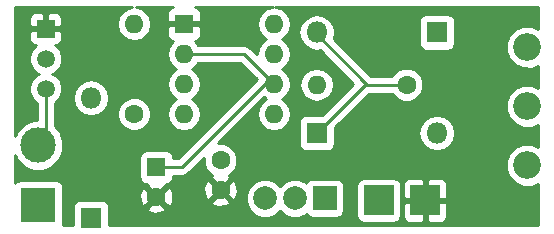
<source format=gbr>
G04 #@! TF.FileFunction,Copper,L2,Bot,Signal*
%FSLAX46Y46*%
G04 Gerber Fmt 4.6, Leading zero omitted, Abs format (unit mm)*
G04 Created by KiCad (PCBNEW 4.0.7) date 01/30/18 23:47:30*
%MOMM*%
%LPD*%
G01*
G04 APERTURE LIST*
%ADD10C,0.100000*%
%ADD11R,1.600000X1.600000*%
%ADD12O,1.600000X1.600000*%
%ADD13C,1.600000*%
%ADD14R,3.000000X3.000000*%
%ADD15C,3.000000*%
%ADD16C,2.340000*%
%ADD17R,1.800000X1.800000*%
%ADD18O,1.800000X1.800000*%
%ADD19R,2.500000X2.500000*%
%ADD20R,2.000000X2.000000*%
%ADD21C,2.000000*%
%ADD22C,1.520000*%
%ADD23R,1.520000X1.520000*%
%ADD24C,0.250000*%
%ADD25C,0.254000*%
G04 APERTURE END LIST*
D10*
D11*
X115595400Y-73152000D03*
D12*
X123215400Y-80772000D03*
X115595400Y-75692000D03*
X123215400Y-78232000D03*
X115595400Y-78232000D03*
X123215400Y-75692000D03*
X115595400Y-80772000D03*
X123215400Y-73152000D03*
D13*
X118694200Y-84683600D03*
X118694200Y-87183600D03*
D11*
X113258600Y-85267800D03*
D13*
X113258600Y-87767800D03*
D14*
X103251000Y-88519000D03*
D15*
X103251000Y-83439000D03*
D13*
X111379000Y-80772000D03*
D12*
X111379000Y-73152000D03*
D13*
X134442200Y-78282800D03*
D12*
X126822200Y-78282800D03*
D16*
X144678400Y-75115400D03*
X144678400Y-80115400D03*
X144678400Y-85115400D03*
D17*
X137007600Y-73863200D03*
D18*
X126847600Y-73863200D03*
D17*
X126847600Y-82372200D03*
D18*
X137007600Y-82372200D03*
D17*
X107721400Y-89560400D03*
D18*
X107721400Y-79400400D03*
D19*
X136020000Y-88087200D03*
X132080000Y-88087200D03*
D20*
X127508000Y-87909400D03*
D21*
X124968000Y-87909400D03*
X122468000Y-87909400D03*
D22*
X103886000Y-76098400D03*
X103886000Y-78638400D03*
D23*
X103886000Y-73558400D03*
D24*
X115595400Y-75692000D02*
X120675400Y-75692000D01*
X120675400Y-75692000D02*
X123215400Y-78232000D01*
X113258600Y-85267800D02*
X115392200Y-85267800D01*
X115392200Y-85267800D02*
X122428000Y-78232000D01*
X122428000Y-78232000D02*
X123215400Y-78232000D01*
X137508000Y-73362800D02*
X137007600Y-73863200D01*
X126847600Y-73863200D02*
X126847600Y-74041000D01*
X126847600Y-74041000D02*
X131089400Y-78282800D01*
X134442200Y-78282800D02*
X131089400Y-78282800D01*
X131089400Y-78282800D02*
X130937000Y-78282800D01*
X130937000Y-78282800D02*
X126847600Y-82372200D01*
X103886000Y-78867000D02*
X103886000Y-82804000D01*
X103886000Y-82804000D02*
X103251000Y-83439000D01*
D25*
G36*
X110829849Y-71798120D02*
X110364302Y-72109189D01*
X110053233Y-72574736D01*
X109944000Y-73123887D01*
X109944000Y-73180113D01*
X110053233Y-73729264D01*
X110364302Y-74194811D01*
X110829849Y-74505880D01*
X111379000Y-74615113D01*
X111928151Y-74505880D01*
X112393698Y-74194811D01*
X112704767Y-73729264D01*
X112814000Y-73180113D01*
X112814000Y-73123887D01*
X112704767Y-72574736D01*
X112393698Y-72109189D01*
X111928151Y-71798120D01*
X111577645Y-71728400D01*
X114641569Y-71728400D01*
X114435702Y-71813673D01*
X114257073Y-71992301D01*
X114160400Y-72225690D01*
X114160400Y-72866250D01*
X114319150Y-73025000D01*
X115468400Y-73025000D01*
X115468400Y-73005000D01*
X115722400Y-73005000D01*
X115722400Y-73025000D01*
X116871650Y-73025000D01*
X117030400Y-72866250D01*
X117030400Y-72225690D01*
X116933727Y-71992301D01*
X116755098Y-71813673D01*
X116549231Y-71728400D01*
X123129975Y-71728400D01*
X122638136Y-71826233D01*
X122172589Y-72137302D01*
X121861520Y-72602849D01*
X121752287Y-73152000D01*
X121861520Y-73701151D01*
X122172589Y-74166698D01*
X122554675Y-74422000D01*
X122172589Y-74677302D01*
X121861520Y-75142849D01*
X121752287Y-75692000D01*
X121752805Y-75694603D01*
X121212801Y-75154599D01*
X120966239Y-74989852D01*
X120675400Y-74932000D01*
X116808395Y-74932000D01*
X116638211Y-74677302D01*
X116503065Y-74587000D01*
X116521709Y-74587000D01*
X116755098Y-74490327D01*
X116933727Y-74311699D01*
X117030400Y-74078310D01*
X117030400Y-73437750D01*
X116871650Y-73279000D01*
X115722400Y-73279000D01*
X115722400Y-73299000D01*
X115468400Y-73299000D01*
X115468400Y-73279000D01*
X114319150Y-73279000D01*
X114160400Y-73437750D01*
X114160400Y-74078310D01*
X114257073Y-74311699D01*
X114435702Y-74490327D01*
X114669091Y-74587000D01*
X114687735Y-74587000D01*
X114552589Y-74677302D01*
X114241520Y-75142849D01*
X114132287Y-75692000D01*
X114241520Y-76241151D01*
X114552589Y-76706698D01*
X114934675Y-76962000D01*
X114552589Y-77217302D01*
X114241520Y-77682849D01*
X114132287Y-78232000D01*
X114241520Y-78781151D01*
X114552589Y-79246698D01*
X114934675Y-79502000D01*
X114552589Y-79757302D01*
X114241520Y-80222849D01*
X114132287Y-80772000D01*
X114241520Y-81321151D01*
X114552589Y-81786698D01*
X115018136Y-82097767D01*
X115567287Y-82207000D01*
X115623513Y-82207000D01*
X116172664Y-82097767D01*
X116638211Y-81786698D01*
X116949280Y-81321151D01*
X117058513Y-80772000D01*
X116949280Y-80222849D01*
X116638211Y-79757302D01*
X116256125Y-79502000D01*
X116638211Y-79246698D01*
X116949280Y-78781151D01*
X117058513Y-78232000D01*
X116949280Y-77682849D01*
X116638211Y-77217302D01*
X116256125Y-76962000D01*
X116638211Y-76706698D01*
X116808395Y-76452000D01*
X120360598Y-76452000D01*
X121746898Y-77838300D01*
X115077398Y-84507800D01*
X114706040Y-84507800D01*
X114706040Y-84467800D01*
X114661762Y-84232483D01*
X114522690Y-84016359D01*
X114310490Y-83871369D01*
X114058600Y-83820360D01*
X112458600Y-83820360D01*
X112223283Y-83864638D01*
X112007159Y-84003710D01*
X111862169Y-84215910D01*
X111811160Y-84467800D01*
X111811160Y-86067800D01*
X111855438Y-86303117D01*
X111994510Y-86519241D01*
X112206710Y-86664231D01*
X112444801Y-86712446D01*
X112430461Y-86760055D01*
X113258600Y-87588195D01*
X114086739Y-86760055D01*
X114072455Y-86712633D01*
X114293917Y-86670962D01*
X114510041Y-86531890D01*
X114655031Y-86319690D01*
X114706040Y-86067800D01*
X114706040Y-86027800D01*
X115392200Y-86027800D01*
X115683039Y-85969948D01*
X115929601Y-85805201D01*
X117259382Y-84475420D01*
X117258952Y-84967787D01*
X117476957Y-85495400D01*
X117880277Y-85899424D01*
X117946744Y-85927023D01*
X117940195Y-85929736D01*
X117866061Y-86175855D01*
X118694200Y-87003995D01*
X119522339Y-86175855D01*
X119448205Y-85929736D01*
X119441717Y-85927404D01*
X119506000Y-85900843D01*
X119910024Y-85497523D01*
X120128950Y-84970291D01*
X120129448Y-84399413D01*
X119911443Y-83871800D01*
X119508123Y-83467776D01*
X118980891Y-83248850D01*
X118486383Y-83248419D01*
X122361726Y-79373076D01*
X122554675Y-79502000D01*
X122172589Y-79757302D01*
X121861520Y-80222849D01*
X121752287Y-80772000D01*
X121861520Y-81321151D01*
X122172589Y-81786698D01*
X122638136Y-82097767D01*
X123187287Y-82207000D01*
X123243513Y-82207000D01*
X123792664Y-82097767D01*
X124258211Y-81786698D01*
X124569280Y-81321151D01*
X124678513Y-80772000D01*
X124569280Y-80222849D01*
X124258211Y-79757302D01*
X123876125Y-79502000D01*
X124258211Y-79246698D01*
X124569280Y-78781151D01*
X124668408Y-78282800D01*
X125359087Y-78282800D01*
X125468320Y-78831951D01*
X125779389Y-79297498D01*
X126244936Y-79608567D01*
X126794087Y-79717800D01*
X126850313Y-79717800D01*
X127399464Y-79608567D01*
X127865011Y-79297498D01*
X128176080Y-78831951D01*
X128285313Y-78282800D01*
X128176080Y-77733649D01*
X127865011Y-77268102D01*
X127399464Y-76957033D01*
X126850313Y-76847800D01*
X126794087Y-76847800D01*
X126244936Y-76957033D01*
X125779389Y-77268102D01*
X125468320Y-77733649D01*
X125359087Y-78282800D01*
X124668408Y-78282800D01*
X124678513Y-78232000D01*
X124569280Y-77682849D01*
X124258211Y-77217302D01*
X123876125Y-76962000D01*
X124258211Y-76706698D01*
X124569280Y-76241151D01*
X124678513Y-75692000D01*
X124569280Y-75142849D01*
X124258211Y-74677302D01*
X123876125Y-74422000D01*
X124258211Y-74166698D01*
X124461002Y-73863200D01*
X125282528Y-73863200D01*
X125399373Y-74450619D01*
X125732119Y-74948609D01*
X126230109Y-75281355D01*
X126817528Y-75398200D01*
X126877672Y-75398200D01*
X127088134Y-75356336D01*
X129938398Y-78206600D01*
X127320238Y-80824760D01*
X125947600Y-80824760D01*
X125712283Y-80869038D01*
X125496159Y-81008110D01*
X125351169Y-81220310D01*
X125300160Y-81472200D01*
X125300160Y-83272200D01*
X125344438Y-83507517D01*
X125483510Y-83723641D01*
X125695710Y-83868631D01*
X125947600Y-83919640D01*
X127747600Y-83919640D01*
X127982917Y-83875362D01*
X128199041Y-83736290D01*
X128344031Y-83524090D01*
X128395040Y-83272200D01*
X128395040Y-82372200D01*
X135442528Y-82372200D01*
X135559373Y-82959619D01*
X135892119Y-83457609D01*
X136390109Y-83790355D01*
X136977528Y-83907200D01*
X137037672Y-83907200D01*
X137625091Y-83790355D01*
X138123081Y-83457609D01*
X138455827Y-82959619D01*
X138572672Y-82372200D01*
X138455827Y-81784781D01*
X138123081Y-81286791D01*
X137625091Y-80954045D01*
X137037672Y-80837200D01*
X136977528Y-80837200D01*
X136390109Y-80954045D01*
X135892119Y-81286791D01*
X135559373Y-81784781D01*
X135442528Y-82372200D01*
X128395040Y-82372200D01*
X128395040Y-81899562D01*
X131251802Y-79042800D01*
X133203554Y-79042800D01*
X133224957Y-79094600D01*
X133628277Y-79498624D01*
X134155509Y-79717550D01*
X134726387Y-79718048D01*
X135254000Y-79500043D01*
X135658024Y-79096723D01*
X135876950Y-78569491D01*
X135877448Y-77998613D01*
X135659443Y-77471000D01*
X135256123Y-77066976D01*
X134728891Y-76848050D01*
X134158013Y-76847552D01*
X133630400Y-77065557D01*
X133226376Y-77468877D01*
X133203985Y-77522800D01*
X131404202Y-77522800D01*
X128301832Y-74420430D01*
X128412672Y-73863200D01*
X128295827Y-73275781D01*
X128086968Y-72963200D01*
X135460160Y-72963200D01*
X135460160Y-74763200D01*
X135504438Y-74998517D01*
X135643510Y-75214641D01*
X135855710Y-75359631D01*
X136107600Y-75410640D01*
X137907600Y-75410640D01*
X138142917Y-75366362D01*
X138359041Y-75227290D01*
X138504031Y-75015090D01*
X138555040Y-74763200D01*
X138555040Y-72963200D01*
X138510762Y-72727883D01*
X138371690Y-72511759D01*
X138159490Y-72366769D01*
X137907600Y-72315760D01*
X136107600Y-72315760D01*
X135872283Y-72360038D01*
X135656159Y-72499110D01*
X135511169Y-72711310D01*
X135460160Y-72963200D01*
X128086968Y-72963200D01*
X127963081Y-72777791D01*
X127465091Y-72445045D01*
X126877672Y-72328200D01*
X126817528Y-72328200D01*
X126230109Y-72445045D01*
X125732119Y-72777791D01*
X125399373Y-73275781D01*
X125282528Y-73863200D01*
X124461002Y-73863200D01*
X124569280Y-73701151D01*
X124678513Y-73152000D01*
X124569280Y-72602849D01*
X124258211Y-72137302D01*
X123792664Y-71826233D01*
X123300825Y-71728400D01*
X145594000Y-71728400D01*
X145594000Y-73541166D01*
X145039012Y-73310714D01*
X144320938Y-73310087D01*
X143657285Y-73584303D01*
X143149088Y-74091615D01*
X142873714Y-74754788D01*
X142873087Y-75472862D01*
X143147303Y-76136515D01*
X143654615Y-76644712D01*
X144317788Y-76920086D01*
X145035862Y-76920713D01*
X145594000Y-76690095D01*
X145594000Y-78541166D01*
X145039012Y-78310714D01*
X144320938Y-78310087D01*
X143657285Y-78584303D01*
X143149088Y-79091615D01*
X142873714Y-79754788D01*
X142873087Y-80472862D01*
X143147303Y-81136515D01*
X143654615Y-81644712D01*
X144317788Y-81920086D01*
X145035862Y-81920713D01*
X145594000Y-81690095D01*
X145594000Y-83541166D01*
X145039012Y-83310714D01*
X144320938Y-83310087D01*
X143657285Y-83584303D01*
X143149088Y-84091615D01*
X142873714Y-84754788D01*
X142873087Y-85472862D01*
X143147303Y-86136515D01*
X143654615Y-86644712D01*
X144317788Y-86920086D01*
X145035862Y-86920713D01*
X145594000Y-86690095D01*
X145594000Y-90145800D01*
X109268840Y-90145800D01*
X109268840Y-88775545D01*
X112430461Y-88775545D01*
X112504595Y-89021664D01*
X113041823Y-89214765D01*
X113612054Y-89187578D01*
X114012605Y-89021664D01*
X114086739Y-88775545D01*
X113258600Y-87947405D01*
X112430461Y-88775545D01*
X109268840Y-88775545D01*
X109268840Y-88660400D01*
X109224562Y-88425083D01*
X109085490Y-88208959D01*
X108873290Y-88063969D01*
X108621400Y-88012960D01*
X106821400Y-88012960D01*
X106586083Y-88057238D01*
X106369959Y-88196310D01*
X106224969Y-88408510D01*
X106173960Y-88660400D01*
X106173960Y-90145800D01*
X105372762Y-90145800D01*
X105398440Y-90019000D01*
X105398440Y-87551023D01*
X111811635Y-87551023D01*
X111838822Y-88121254D01*
X112004736Y-88521805D01*
X112250855Y-88595939D01*
X113078995Y-87767800D01*
X113438205Y-87767800D01*
X114266345Y-88595939D01*
X114512464Y-88521805D01*
X114631244Y-88191345D01*
X117866061Y-88191345D01*
X117940195Y-88437464D01*
X118477423Y-88630565D01*
X119047654Y-88603378D01*
X119448205Y-88437464D01*
X119509733Y-88233195D01*
X120832716Y-88233195D01*
X121081106Y-88834343D01*
X121540637Y-89294678D01*
X122141352Y-89544116D01*
X122791795Y-89544684D01*
X123392943Y-89296294D01*
X123718164Y-88971641D01*
X124040637Y-89294678D01*
X124641352Y-89544116D01*
X125291795Y-89544684D01*
X125892943Y-89296294D01*
X125959574Y-89229779D01*
X126043910Y-89360841D01*
X126256110Y-89505831D01*
X126508000Y-89556840D01*
X128508000Y-89556840D01*
X128743317Y-89512562D01*
X128959441Y-89373490D01*
X129104431Y-89161290D01*
X129155440Y-88909400D01*
X129155440Y-86909400D01*
X129141855Y-86837200D01*
X130182560Y-86837200D01*
X130182560Y-89337200D01*
X130226838Y-89572517D01*
X130365910Y-89788641D01*
X130578110Y-89933631D01*
X130830000Y-89984640D01*
X133330000Y-89984640D01*
X133565317Y-89940362D01*
X133781441Y-89801290D01*
X133926431Y-89589090D01*
X133977440Y-89337200D01*
X133977440Y-88372950D01*
X134135000Y-88372950D01*
X134135000Y-89463510D01*
X134231673Y-89696899D01*
X134410302Y-89875527D01*
X134643691Y-89972200D01*
X135734250Y-89972200D01*
X135893000Y-89813450D01*
X135893000Y-88214200D01*
X136147000Y-88214200D01*
X136147000Y-89813450D01*
X136305750Y-89972200D01*
X137396309Y-89972200D01*
X137629698Y-89875527D01*
X137808327Y-89696899D01*
X137905000Y-89463510D01*
X137905000Y-88372950D01*
X137746250Y-88214200D01*
X136147000Y-88214200D01*
X135893000Y-88214200D01*
X134293750Y-88214200D01*
X134135000Y-88372950D01*
X133977440Y-88372950D01*
X133977440Y-86837200D01*
X133953674Y-86710890D01*
X134135000Y-86710890D01*
X134135000Y-87801450D01*
X134293750Y-87960200D01*
X135893000Y-87960200D01*
X135893000Y-86360950D01*
X136147000Y-86360950D01*
X136147000Y-87960200D01*
X137746250Y-87960200D01*
X137905000Y-87801450D01*
X137905000Y-86710890D01*
X137808327Y-86477501D01*
X137629698Y-86298873D01*
X137396309Y-86202200D01*
X136305750Y-86202200D01*
X136147000Y-86360950D01*
X135893000Y-86360950D01*
X135734250Y-86202200D01*
X134643691Y-86202200D01*
X134410302Y-86298873D01*
X134231673Y-86477501D01*
X134135000Y-86710890D01*
X133953674Y-86710890D01*
X133933162Y-86601883D01*
X133794090Y-86385759D01*
X133581890Y-86240769D01*
X133330000Y-86189760D01*
X130830000Y-86189760D01*
X130594683Y-86234038D01*
X130378559Y-86373110D01*
X130233569Y-86585310D01*
X130182560Y-86837200D01*
X129141855Y-86837200D01*
X129111162Y-86674083D01*
X128972090Y-86457959D01*
X128759890Y-86312969D01*
X128508000Y-86261960D01*
X126508000Y-86261960D01*
X126272683Y-86306238D01*
X126056559Y-86445310D01*
X125959090Y-86587961D01*
X125895363Y-86524122D01*
X125294648Y-86274684D01*
X124644205Y-86274116D01*
X124043057Y-86522506D01*
X123717836Y-86847159D01*
X123395363Y-86524122D01*
X122794648Y-86274684D01*
X122144205Y-86274116D01*
X121543057Y-86522506D01*
X121082722Y-86982037D01*
X120833284Y-87582752D01*
X120832716Y-88233195D01*
X119509733Y-88233195D01*
X119522339Y-88191345D01*
X118694200Y-87363205D01*
X117866061Y-88191345D01*
X114631244Y-88191345D01*
X114705565Y-87984577D01*
X114678378Y-87414346D01*
X114512464Y-87013795D01*
X114356521Y-86966823D01*
X117247235Y-86966823D01*
X117274422Y-87537054D01*
X117440336Y-87937605D01*
X117686455Y-88011739D01*
X118514595Y-87183600D01*
X118873805Y-87183600D01*
X119701945Y-88011739D01*
X119948064Y-87937605D01*
X120141165Y-87400377D01*
X120113978Y-86830146D01*
X119948064Y-86429595D01*
X119701945Y-86355461D01*
X118873805Y-87183600D01*
X118514595Y-87183600D01*
X117686455Y-86355461D01*
X117440336Y-86429595D01*
X117247235Y-86966823D01*
X114356521Y-86966823D01*
X114266345Y-86939661D01*
X113438205Y-87767800D01*
X113078995Y-87767800D01*
X112250855Y-86939661D01*
X112004736Y-87013795D01*
X111811635Y-87551023D01*
X105398440Y-87551023D01*
X105398440Y-87019000D01*
X105354162Y-86783683D01*
X105215090Y-86567559D01*
X105002890Y-86422569D01*
X104751000Y-86371560D01*
X101751000Y-86371560D01*
X101515683Y-86415838D01*
X101299559Y-86554910D01*
X101268600Y-86600220D01*
X101268600Y-84232030D01*
X101439980Y-84646800D01*
X102040041Y-85247909D01*
X102824459Y-85573628D01*
X103673815Y-85574370D01*
X104458800Y-85250020D01*
X105059909Y-84649959D01*
X105385628Y-83865541D01*
X105386370Y-83016185D01*
X105062020Y-82231200D01*
X104646000Y-81814453D01*
X104646000Y-81056187D01*
X109943752Y-81056187D01*
X110161757Y-81583800D01*
X110565077Y-81987824D01*
X111092309Y-82206750D01*
X111663187Y-82207248D01*
X112190800Y-81989243D01*
X112594824Y-81585923D01*
X112813750Y-81058691D01*
X112814248Y-80487813D01*
X112596243Y-79960200D01*
X112192923Y-79556176D01*
X111665691Y-79337250D01*
X111094813Y-79336752D01*
X110567200Y-79554757D01*
X110163176Y-79958077D01*
X109944250Y-80485309D01*
X109943752Y-81056187D01*
X104646000Y-81056187D01*
X104646000Y-79833767D01*
X104675172Y-79821713D01*
X105067934Y-79429636D01*
X105092560Y-79370328D01*
X106186400Y-79370328D01*
X106186400Y-79430472D01*
X106303245Y-80017891D01*
X106635991Y-80515881D01*
X107133981Y-80848627D01*
X107721400Y-80965472D01*
X108308819Y-80848627D01*
X108806809Y-80515881D01*
X109139555Y-80017891D01*
X109256400Y-79430472D01*
X109256400Y-79370328D01*
X109139555Y-78782909D01*
X108806809Y-78284919D01*
X108308819Y-77952173D01*
X107721400Y-77835328D01*
X107133981Y-77952173D01*
X106635991Y-78284919D01*
X106303245Y-78782909D01*
X106186400Y-79370328D01*
X105092560Y-79370328D01*
X105280758Y-78917100D01*
X105281242Y-78362135D01*
X105069313Y-77849228D01*
X104677236Y-77456466D01*
X104465262Y-77368446D01*
X104675172Y-77281713D01*
X105067934Y-76889636D01*
X105280758Y-76377100D01*
X105281242Y-75822135D01*
X105069313Y-75309228D01*
X104714106Y-74953400D01*
X104772309Y-74953400D01*
X105005698Y-74856727D01*
X105184327Y-74678099D01*
X105281000Y-74444710D01*
X105281000Y-73844150D01*
X105122250Y-73685400D01*
X104013000Y-73685400D01*
X104013000Y-73705400D01*
X103759000Y-73705400D01*
X103759000Y-73685400D01*
X102649750Y-73685400D01*
X102491000Y-73844150D01*
X102491000Y-74444710D01*
X102587673Y-74678099D01*
X102766302Y-74856727D01*
X102999691Y-74953400D01*
X103058448Y-74953400D01*
X102704066Y-75307164D01*
X102491242Y-75819700D01*
X102490758Y-76374665D01*
X102702687Y-76887572D01*
X103094764Y-77280334D01*
X103306738Y-77368354D01*
X103096828Y-77455087D01*
X102704066Y-77847164D01*
X102491242Y-78359700D01*
X102490758Y-78914665D01*
X102702687Y-79427572D01*
X103094764Y-79820334D01*
X103126000Y-79833304D01*
X103126000Y-81303890D01*
X102828185Y-81303630D01*
X102043200Y-81627980D01*
X101442091Y-82228041D01*
X101268600Y-82645853D01*
X101268600Y-72672090D01*
X102491000Y-72672090D01*
X102491000Y-73272650D01*
X102649750Y-73431400D01*
X103759000Y-73431400D01*
X103759000Y-72322150D01*
X104013000Y-72322150D01*
X104013000Y-73431400D01*
X105122250Y-73431400D01*
X105281000Y-73272650D01*
X105281000Y-72672090D01*
X105184327Y-72438701D01*
X105005698Y-72260073D01*
X104772309Y-72163400D01*
X104171750Y-72163400D01*
X104013000Y-72322150D01*
X103759000Y-72322150D01*
X103600250Y-72163400D01*
X102999691Y-72163400D01*
X102766302Y-72260073D01*
X102587673Y-72438701D01*
X102491000Y-72672090D01*
X101268600Y-72672090D01*
X101268600Y-71728400D01*
X111180355Y-71728400D01*
X110829849Y-71798120D01*
X110829849Y-71798120D01*
G37*
X110829849Y-71798120D02*
X110364302Y-72109189D01*
X110053233Y-72574736D01*
X109944000Y-73123887D01*
X109944000Y-73180113D01*
X110053233Y-73729264D01*
X110364302Y-74194811D01*
X110829849Y-74505880D01*
X111379000Y-74615113D01*
X111928151Y-74505880D01*
X112393698Y-74194811D01*
X112704767Y-73729264D01*
X112814000Y-73180113D01*
X112814000Y-73123887D01*
X112704767Y-72574736D01*
X112393698Y-72109189D01*
X111928151Y-71798120D01*
X111577645Y-71728400D01*
X114641569Y-71728400D01*
X114435702Y-71813673D01*
X114257073Y-71992301D01*
X114160400Y-72225690D01*
X114160400Y-72866250D01*
X114319150Y-73025000D01*
X115468400Y-73025000D01*
X115468400Y-73005000D01*
X115722400Y-73005000D01*
X115722400Y-73025000D01*
X116871650Y-73025000D01*
X117030400Y-72866250D01*
X117030400Y-72225690D01*
X116933727Y-71992301D01*
X116755098Y-71813673D01*
X116549231Y-71728400D01*
X123129975Y-71728400D01*
X122638136Y-71826233D01*
X122172589Y-72137302D01*
X121861520Y-72602849D01*
X121752287Y-73152000D01*
X121861520Y-73701151D01*
X122172589Y-74166698D01*
X122554675Y-74422000D01*
X122172589Y-74677302D01*
X121861520Y-75142849D01*
X121752287Y-75692000D01*
X121752805Y-75694603D01*
X121212801Y-75154599D01*
X120966239Y-74989852D01*
X120675400Y-74932000D01*
X116808395Y-74932000D01*
X116638211Y-74677302D01*
X116503065Y-74587000D01*
X116521709Y-74587000D01*
X116755098Y-74490327D01*
X116933727Y-74311699D01*
X117030400Y-74078310D01*
X117030400Y-73437750D01*
X116871650Y-73279000D01*
X115722400Y-73279000D01*
X115722400Y-73299000D01*
X115468400Y-73299000D01*
X115468400Y-73279000D01*
X114319150Y-73279000D01*
X114160400Y-73437750D01*
X114160400Y-74078310D01*
X114257073Y-74311699D01*
X114435702Y-74490327D01*
X114669091Y-74587000D01*
X114687735Y-74587000D01*
X114552589Y-74677302D01*
X114241520Y-75142849D01*
X114132287Y-75692000D01*
X114241520Y-76241151D01*
X114552589Y-76706698D01*
X114934675Y-76962000D01*
X114552589Y-77217302D01*
X114241520Y-77682849D01*
X114132287Y-78232000D01*
X114241520Y-78781151D01*
X114552589Y-79246698D01*
X114934675Y-79502000D01*
X114552589Y-79757302D01*
X114241520Y-80222849D01*
X114132287Y-80772000D01*
X114241520Y-81321151D01*
X114552589Y-81786698D01*
X115018136Y-82097767D01*
X115567287Y-82207000D01*
X115623513Y-82207000D01*
X116172664Y-82097767D01*
X116638211Y-81786698D01*
X116949280Y-81321151D01*
X117058513Y-80772000D01*
X116949280Y-80222849D01*
X116638211Y-79757302D01*
X116256125Y-79502000D01*
X116638211Y-79246698D01*
X116949280Y-78781151D01*
X117058513Y-78232000D01*
X116949280Y-77682849D01*
X116638211Y-77217302D01*
X116256125Y-76962000D01*
X116638211Y-76706698D01*
X116808395Y-76452000D01*
X120360598Y-76452000D01*
X121746898Y-77838300D01*
X115077398Y-84507800D01*
X114706040Y-84507800D01*
X114706040Y-84467800D01*
X114661762Y-84232483D01*
X114522690Y-84016359D01*
X114310490Y-83871369D01*
X114058600Y-83820360D01*
X112458600Y-83820360D01*
X112223283Y-83864638D01*
X112007159Y-84003710D01*
X111862169Y-84215910D01*
X111811160Y-84467800D01*
X111811160Y-86067800D01*
X111855438Y-86303117D01*
X111994510Y-86519241D01*
X112206710Y-86664231D01*
X112444801Y-86712446D01*
X112430461Y-86760055D01*
X113258600Y-87588195D01*
X114086739Y-86760055D01*
X114072455Y-86712633D01*
X114293917Y-86670962D01*
X114510041Y-86531890D01*
X114655031Y-86319690D01*
X114706040Y-86067800D01*
X114706040Y-86027800D01*
X115392200Y-86027800D01*
X115683039Y-85969948D01*
X115929601Y-85805201D01*
X117259382Y-84475420D01*
X117258952Y-84967787D01*
X117476957Y-85495400D01*
X117880277Y-85899424D01*
X117946744Y-85927023D01*
X117940195Y-85929736D01*
X117866061Y-86175855D01*
X118694200Y-87003995D01*
X119522339Y-86175855D01*
X119448205Y-85929736D01*
X119441717Y-85927404D01*
X119506000Y-85900843D01*
X119910024Y-85497523D01*
X120128950Y-84970291D01*
X120129448Y-84399413D01*
X119911443Y-83871800D01*
X119508123Y-83467776D01*
X118980891Y-83248850D01*
X118486383Y-83248419D01*
X122361726Y-79373076D01*
X122554675Y-79502000D01*
X122172589Y-79757302D01*
X121861520Y-80222849D01*
X121752287Y-80772000D01*
X121861520Y-81321151D01*
X122172589Y-81786698D01*
X122638136Y-82097767D01*
X123187287Y-82207000D01*
X123243513Y-82207000D01*
X123792664Y-82097767D01*
X124258211Y-81786698D01*
X124569280Y-81321151D01*
X124678513Y-80772000D01*
X124569280Y-80222849D01*
X124258211Y-79757302D01*
X123876125Y-79502000D01*
X124258211Y-79246698D01*
X124569280Y-78781151D01*
X124668408Y-78282800D01*
X125359087Y-78282800D01*
X125468320Y-78831951D01*
X125779389Y-79297498D01*
X126244936Y-79608567D01*
X126794087Y-79717800D01*
X126850313Y-79717800D01*
X127399464Y-79608567D01*
X127865011Y-79297498D01*
X128176080Y-78831951D01*
X128285313Y-78282800D01*
X128176080Y-77733649D01*
X127865011Y-77268102D01*
X127399464Y-76957033D01*
X126850313Y-76847800D01*
X126794087Y-76847800D01*
X126244936Y-76957033D01*
X125779389Y-77268102D01*
X125468320Y-77733649D01*
X125359087Y-78282800D01*
X124668408Y-78282800D01*
X124678513Y-78232000D01*
X124569280Y-77682849D01*
X124258211Y-77217302D01*
X123876125Y-76962000D01*
X124258211Y-76706698D01*
X124569280Y-76241151D01*
X124678513Y-75692000D01*
X124569280Y-75142849D01*
X124258211Y-74677302D01*
X123876125Y-74422000D01*
X124258211Y-74166698D01*
X124461002Y-73863200D01*
X125282528Y-73863200D01*
X125399373Y-74450619D01*
X125732119Y-74948609D01*
X126230109Y-75281355D01*
X126817528Y-75398200D01*
X126877672Y-75398200D01*
X127088134Y-75356336D01*
X129938398Y-78206600D01*
X127320238Y-80824760D01*
X125947600Y-80824760D01*
X125712283Y-80869038D01*
X125496159Y-81008110D01*
X125351169Y-81220310D01*
X125300160Y-81472200D01*
X125300160Y-83272200D01*
X125344438Y-83507517D01*
X125483510Y-83723641D01*
X125695710Y-83868631D01*
X125947600Y-83919640D01*
X127747600Y-83919640D01*
X127982917Y-83875362D01*
X128199041Y-83736290D01*
X128344031Y-83524090D01*
X128395040Y-83272200D01*
X128395040Y-82372200D01*
X135442528Y-82372200D01*
X135559373Y-82959619D01*
X135892119Y-83457609D01*
X136390109Y-83790355D01*
X136977528Y-83907200D01*
X137037672Y-83907200D01*
X137625091Y-83790355D01*
X138123081Y-83457609D01*
X138455827Y-82959619D01*
X138572672Y-82372200D01*
X138455827Y-81784781D01*
X138123081Y-81286791D01*
X137625091Y-80954045D01*
X137037672Y-80837200D01*
X136977528Y-80837200D01*
X136390109Y-80954045D01*
X135892119Y-81286791D01*
X135559373Y-81784781D01*
X135442528Y-82372200D01*
X128395040Y-82372200D01*
X128395040Y-81899562D01*
X131251802Y-79042800D01*
X133203554Y-79042800D01*
X133224957Y-79094600D01*
X133628277Y-79498624D01*
X134155509Y-79717550D01*
X134726387Y-79718048D01*
X135254000Y-79500043D01*
X135658024Y-79096723D01*
X135876950Y-78569491D01*
X135877448Y-77998613D01*
X135659443Y-77471000D01*
X135256123Y-77066976D01*
X134728891Y-76848050D01*
X134158013Y-76847552D01*
X133630400Y-77065557D01*
X133226376Y-77468877D01*
X133203985Y-77522800D01*
X131404202Y-77522800D01*
X128301832Y-74420430D01*
X128412672Y-73863200D01*
X128295827Y-73275781D01*
X128086968Y-72963200D01*
X135460160Y-72963200D01*
X135460160Y-74763200D01*
X135504438Y-74998517D01*
X135643510Y-75214641D01*
X135855710Y-75359631D01*
X136107600Y-75410640D01*
X137907600Y-75410640D01*
X138142917Y-75366362D01*
X138359041Y-75227290D01*
X138504031Y-75015090D01*
X138555040Y-74763200D01*
X138555040Y-72963200D01*
X138510762Y-72727883D01*
X138371690Y-72511759D01*
X138159490Y-72366769D01*
X137907600Y-72315760D01*
X136107600Y-72315760D01*
X135872283Y-72360038D01*
X135656159Y-72499110D01*
X135511169Y-72711310D01*
X135460160Y-72963200D01*
X128086968Y-72963200D01*
X127963081Y-72777791D01*
X127465091Y-72445045D01*
X126877672Y-72328200D01*
X126817528Y-72328200D01*
X126230109Y-72445045D01*
X125732119Y-72777791D01*
X125399373Y-73275781D01*
X125282528Y-73863200D01*
X124461002Y-73863200D01*
X124569280Y-73701151D01*
X124678513Y-73152000D01*
X124569280Y-72602849D01*
X124258211Y-72137302D01*
X123792664Y-71826233D01*
X123300825Y-71728400D01*
X145594000Y-71728400D01*
X145594000Y-73541166D01*
X145039012Y-73310714D01*
X144320938Y-73310087D01*
X143657285Y-73584303D01*
X143149088Y-74091615D01*
X142873714Y-74754788D01*
X142873087Y-75472862D01*
X143147303Y-76136515D01*
X143654615Y-76644712D01*
X144317788Y-76920086D01*
X145035862Y-76920713D01*
X145594000Y-76690095D01*
X145594000Y-78541166D01*
X145039012Y-78310714D01*
X144320938Y-78310087D01*
X143657285Y-78584303D01*
X143149088Y-79091615D01*
X142873714Y-79754788D01*
X142873087Y-80472862D01*
X143147303Y-81136515D01*
X143654615Y-81644712D01*
X144317788Y-81920086D01*
X145035862Y-81920713D01*
X145594000Y-81690095D01*
X145594000Y-83541166D01*
X145039012Y-83310714D01*
X144320938Y-83310087D01*
X143657285Y-83584303D01*
X143149088Y-84091615D01*
X142873714Y-84754788D01*
X142873087Y-85472862D01*
X143147303Y-86136515D01*
X143654615Y-86644712D01*
X144317788Y-86920086D01*
X145035862Y-86920713D01*
X145594000Y-86690095D01*
X145594000Y-90145800D01*
X109268840Y-90145800D01*
X109268840Y-88775545D01*
X112430461Y-88775545D01*
X112504595Y-89021664D01*
X113041823Y-89214765D01*
X113612054Y-89187578D01*
X114012605Y-89021664D01*
X114086739Y-88775545D01*
X113258600Y-87947405D01*
X112430461Y-88775545D01*
X109268840Y-88775545D01*
X109268840Y-88660400D01*
X109224562Y-88425083D01*
X109085490Y-88208959D01*
X108873290Y-88063969D01*
X108621400Y-88012960D01*
X106821400Y-88012960D01*
X106586083Y-88057238D01*
X106369959Y-88196310D01*
X106224969Y-88408510D01*
X106173960Y-88660400D01*
X106173960Y-90145800D01*
X105372762Y-90145800D01*
X105398440Y-90019000D01*
X105398440Y-87551023D01*
X111811635Y-87551023D01*
X111838822Y-88121254D01*
X112004736Y-88521805D01*
X112250855Y-88595939D01*
X113078995Y-87767800D01*
X113438205Y-87767800D01*
X114266345Y-88595939D01*
X114512464Y-88521805D01*
X114631244Y-88191345D01*
X117866061Y-88191345D01*
X117940195Y-88437464D01*
X118477423Y-88630565D01*
X119047654Y-88603378D01*
X119448205Y-88437464D01*
X119509733Y-88233195D01*
X120832716Y-88233195D01*
X121081106Y-88834343D01*
X121540637Y-89294678D01*
X122141352Y-89544116D01*
X122791795Y-89544684D01*
X123392943Y-89296294D01*
X123718164Y-88971641D01*
X124040637Y-89294678D01*
X124641352Y-89544116D01*
X125291795Y-89544684D01*
X125892943Y-89296294D01*
X125959574Y-89229779D01*
X126043910Y-89360841D01*
X126256110Y-89505831D01*
X126508000Y-89556840D01*
X128508000Y-89556840D01*
X128743317Y-89512562D01*
X128959441Y-89373490D01*
X129104431Y-89161290D01*
X129155440Y-88909400D01*
X129155440Y-86909400D01*
X129141855Y-86837200D01*
X130182560Y-86837200D01*
X130182560Y-89337200D01*
X130226838Y-89572517D01*
X130365910Y-89788641D01*
X130578110Y-89933631D01*
X130830000Y-89984640D01*
X133330000Y-89984640D01*
X133565317Y-89940362D01*
X133781441Y-89801290D01*
X133926431Y-89589090D01*
X133977440Y-89337200D01*
X133977440Y-88372950D01*
X134135000Y-88372950D01*
X134135000Y-89463510D01*
X134231673Y-89696899D01*
X134410302Y-89875527D01*
X134643691Y-89972200D01*
X135734250Y-89972200D01*
X135893000Y-89813450D01*
X135893000Y-88214200D01*
X136147000Y-88214200D01*
X136147000Y-89813450D01*
X136305750Y-89972200D01*
X137396309Y-89972200D01*
X137629698Y-89875527D01*
X137808327Y-89696899D01*
X137905000Y-89463510D01*
X137905000Y-88372950D01*
X137746250Y-88214200D01*
X136147000Y-88214200D01*
X135893000Y-88214200D01*
X134293750Y-88214200D01*
X134135000Y-88372950D01*
X133977440Y-88372950D01*
X133977440Y-86837200D01*
X133953674Y-86710890D01*
X134135000Y-86710890D01*
X134135000Y-87801450D01*
X134293750Y-87960200D01*
X135893000Y-87960200D01*
X135893000Y-86360950D01*
X136147000Y-86360950D01*
X136147000Y-87960200D01*
X137746250Y-87960200D01*
X137905000Y-87801450D01*
X137905000Y-86710890D01*
X137808327Y-86477501D01*
X137629698Y-86298873D01*
X137396309Y-86202200D01*
X136305750Y-86202200D01*
X136147000Y-86360950D01*
X135893000Y-86360950D01*
X135734250Y-86202200D01*
X134643691Y-86202200D01*
X134410302Y-86298873D01*
X134231673Y-86477501D01*
X134135000Y-86710890D01*
X133953674Y-86710890D01*
X133933162Y-86601883D01*
X133794090Y-86385759D01*
X133581890Y-86240769D01*
X133330000Y-86189760D01*
X130830000Y-86189760D01*
X130594683Y-86234038D01*
X130378559Y-86373110D01*
X130233569Y-86585310D01*
X130182560Y-86837200D01*
X129141855Y-86837200D01*
X129111162Y-86674083D01*
X128972090Y-86457959D01*
X128759890Y-86312969D01*
X128508000Y-86261960D01*
X126508000Y-86261960D01*
X126272683Y-86306238D01*
X126056559Y-86445310D01*
X125959090Y-86587961D01*
X125895363Y-86524122D01*
X125294648Y-86274684D01*
X124644205Y-86274116D01*
X124043057Y-86522506D01*
X123717836Y-86847159D01*
X123395363Y-86524122D01*
X122794648Y-86274684D01*
X122144205Y-86274116D01*
X121543057Y-86522506D01*
X121082722Y-86982037D01*
X120833284Y-87582752D01*
X120832716Y-88233195D01*
X119509733Y-88233195D01*
X119522339Y-88191345D01*
X118694200Y-87363205D01*
X117866061Y-88191345D01*
X114631244Y-88191345D01*
X114705565Y-87984577D01*
X114678378Y-87414346D01*
X114512464Y-87013795D01*
X114356521Y-86966823D01*
X117247235Y-86966823D01*
X117274422Y-87537054D01*
X117440336Y-87937605D01*
X117686455Y-88011739D01*
X118514595Y-87183600D01*
X118873805Y-87183600D01*
X119701945Y-88011739D01*
X119948064Y-87937605D01*
X120141165Y-87400377D01*
X120113978Y-86830146D01*
X119948064Y-86429595D01*
X119701945Y-86355461D01*
X118873805Y-87183600D01*
X118514595Y-87183600D01*
X117686455Y-86355461D01*
X117440336Y-86429595D01*
X117247235Y-86966823D01*
X114356521Y-86966823D01*
X114266345Y-86939661D01*
X113438205Y-87767800D01*
X113078995Y-87767800D01*
X112250855Y-86939661D01*
X112004736Y-87013795D01*
X111811635Y-87551023D01*
X105398440Y-87551023D01*
X105398440Y-87019000D01*
X105354162Y-86783683D01*
X105215090Y-86567559D01*
X105002890Y-86422569D01*
X104751000Y-86371560D01*
X101751000Y-86371560D01*
X101515683Y-86415838D01*
X101299559Y-86554910D01*
X101268600Y-86600220D01*
X101268600Y-84232030D01*
X101439980Y-84646800D01*
X102040041Y-85247909D01*
X102824459Y-85573628D01*
X103673815Y-85574370D01*
X104458800Y-85250020D01*
X105059909Y-84649959D01*
X105385628Y-83865541D01*
X105386370Y-83016185D01*
X105062020Y-82231200D01*
X104646000Y-81814453D01*
X104646000Y-81056187D01*
X109943752Y-81056187D01*
X110161757Y-81583800D01*
X110565077Y-81987824D01*
X111092309Y-82206750D01*
X111663187Y-82207248D01*
X112190800Y-81989243D01*
X112594824Y-81585923D01*
X112813750Y-81058691D01*
X112814248Y-80487813D01*
X112596243Y-79960200D01*
X112192923Y-79556176D01*
X111665691Y-79337250D01*
X111094813Y-79336752D01*
X110567200Y-79554757D01*
X110163176Y-79958077D01*
X109944250Y-80485309D01*
X109943752Y-81056187D01*
X104646000Y-81056187D01*
X104646000Y-79833767D01*
X104675172Y-79821713D01*
X105067934Y-79429636D01*
X105092560Y-79370328D01*
X106186400Y-79370328D01*
X106186400Y-79430472D01*
X106303245Y-80017891D01*
X106635991Y-80515881D01*
X107133981Y-80848627D01*
X107721400Y-80965472D01*
X108308819Y-80848627D01*
X108806809Y-80515881D01*
X109139555Y-80017891D01*
X109256400Y-79430472D01*
X109256400Y-79370328D01*
X109139555Y-78782909D01*
X108806809Y-78284919D01*
X108308819Y-77952173D01*
X107721400Y-77835328D01*
X107133981Y-77952173D01*
X106635991Y-78284919D01*
X106303245Y-78782909D01*
X106186400Y-79370328D01*
X105092560Y-79370328D01*
X105280758Y-78917100D01*
X105281242Y-78362135D01*
X105069313Y-77849228D01*
X104677236Y-77456466D01*
X104465262Y-77368446D01*
X104675172Y-77281713D01*
X105067934Y-76889636D01*
X105280758Y-76377100D01*
X105281242Y-75822135D01*
X105069313Y-75309228D01*
X104714106Y-74953400D01*
X104772309Y-74953400D01*
X105005698Y-74856727D01*
X105184327Y-74678099D01*
X105281000Y-74444710D01*
X105281000Y-73844150D01*
X105122250Y-73685400D01*
X104013000Y-73685400D01*
X104013000Y-73705400D01*
X103759000Y-73705400D01*
X103759000Y-73685400D01*
X102649750Y-73685400D01*
X102491000Y-73844150D01*
X102491000Y-74444710D01*
X102587673Y-74678099D01*
X102766302Y-74856727D01*
X102999691Y-74953400D01*
X103058448Y-74953400D01*
X102704066Y-75307164D01*
X102491242Y-75819700D01*
X102490758Y-76374665D01*
X102702687Y-76887572D01*
X103094764Y-77280334D01*
X103306738Y-77368354D01*
X103096828Y-77455087D01*
X102704066Y-77847164D01*
X102491242Y-78359700D01*
X102490758Y-78914665D01*
X102702687Y-79427572D01*
X103094764Y-79820334D01*
X103126000Y-79833304D01*
X103126000Y-81303890D01*
X102828185Y-81303630D01*
X102043200Y-81627980D01*
X101442091Y-82228041D01*
X101268600Y-82645853D01*
X101268600Y-72672090D01*
X102491000Y-72672090D01*
X102491000Y-73272650D01*
X102649750Y-73431400D01*
X103759000Y-73431400D01*
X103759000Y-72322150D01*
X104013000Y-72322150D01*
X104013000Y-73431400D01*
X105122250Y-73431400D01*
X105281000Y-73272650D01*
X105281000Y-72672090D01*
X105184327Y-72438701D01*
X105005698Y-72260073D01*
X104772309Y-72163400D01*
X104171750Y-72163400D01*
X104013000Y-72322150D01*
X103759000Y-72322150D01*
X103600250Y-72163400D01*
X102999691Y-72163400D01*
X102766302Y-72260073D01*
X102587673Y-72438701D01*
X102491000Y-72672090D01*
X101268600Y-72672090D01*
X101268600Y-71728400D01*
X111180355Y-71728400D01*
X110829849Y-71798120D01*
M02*

</source>
